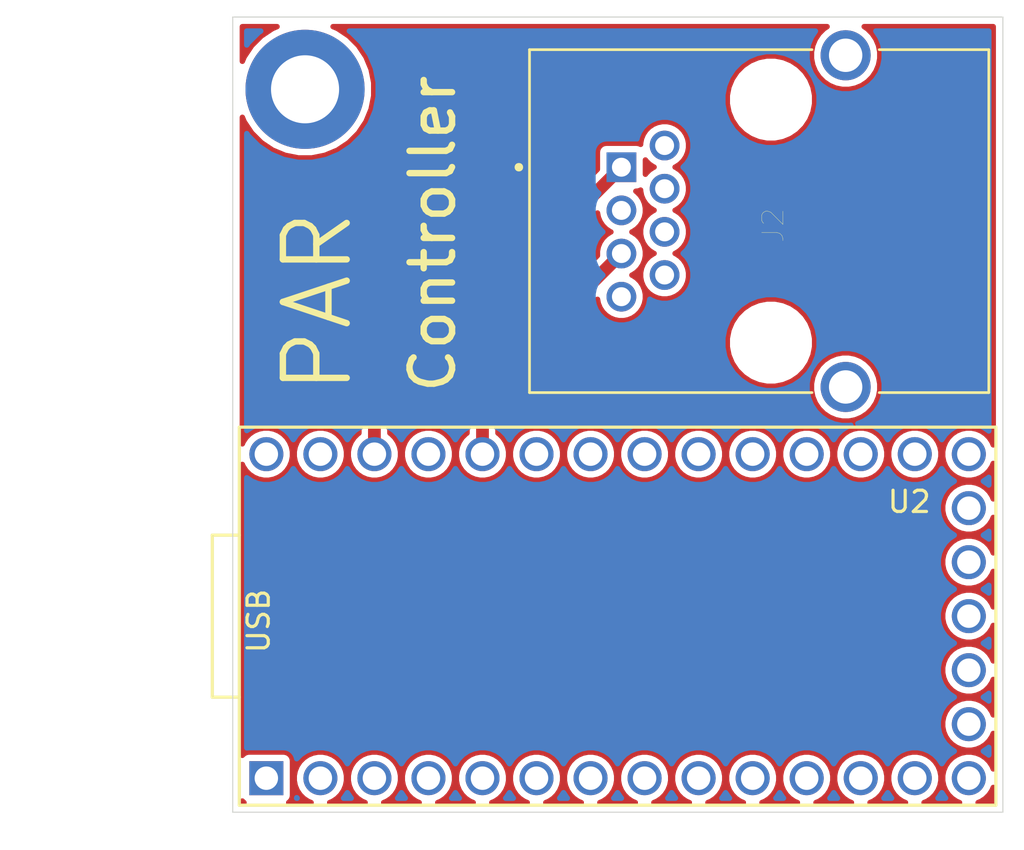
<source format=kicad_pcb>
(kicad_pcb (version 20171130) (host pcbnew "(5.1.8-0-10_14)")

  (general
    (thickness 1.6)
    (drawings 6)
    (tracks 4)
    (zones 0)
    (modules 3)
    (nets 1)
  )

  (page A4)
  (layers
    (0 F.Cu signal)
    (31 B.Cu signal)
    (32 B.Adhes user)
    (33 F.Adhes user)
    (34 B.Paste user)
    (35 F.Paste user)
    (36 B.SilkS user)
    (37 F.SilkS user)
    (38 B.Mask user)
    (39 F.Mask user)
    (40 Dwgs.User user)
    (41 Cmts.User user)
    (42 Eco1.User user)
    (43 Eco2.User user)
    (44 Edge.Cuts user)
    (45 Margin user)
    (46 B.CrtYd user)
    (47 F.CrtYd user)
    (48 B.Fab user)
    (49 F.Fab user)
  )

  (setup
    (last_trace_width 0.25)
    (trace_clearance 0.2)
    (zone_clearance 0.508)
    (zone_45_only no)
    (trace_min 0.2)
    (via_size 0.8)
    (via_drill 0.4)
    (via_min_size 0.4)
    (via_min_drill 0.3)
    (uvia_size 0.3)
    (uvia_drill 0.1)
    (uvias_allowed no)
    (uvia_min_size 0.2)
    (uvia_min_drill 0.1)
    (edge_width 0.05)
    (segment_width 0.2)
    (pcb_text_width 0.3)
    (pcb_text_size 1.5 1.5)
    (mod_edge_width 0.12)
    (mod_text_size 1 1)
    (mod_text_width 0.15)
    (pad_size 1.524 1.524)
    (pad_drill 0.762)
    (pad_to_mask_clearance 0)
    (aux_axis_origin 0 0)
    (visible_elements FFFFFF7F)
    (pcbplotparams
      (layerselection 0x010fc_ffffffff)
      (usegerberextensions false)
      (usegerberattributes true)
      (usegerberadvancedattributes true)
      (creategerberjobfile true)
      (excludeedgelayer true)
      (linewidth 0.100000)
      (plotframeref false)
      (viasonmask false)
      (mode 1)
      (useauxorigin false)
      (hpglpennumber 1)
      (hpglpenspeed 20)
      (hpglpendiameter 15.000000)
      (psnegative false)
      (psa4output false)
      (plotreference true)
      (plotvalue true)
      (plotinvisibletext false)
      (padsonsilk false)
      (subtractmaskfromsilk false)
      (outputformat 1)
      (mirror false)
      (drillshape 0)
      (scaleselection 1)
      (outputdirectory "gerber/"))
  )

  (net 0 "")

  (net_class Default "This is the default net class."
    (clearance 0.2)
    (trace_width 0.25)
    (via_dia 0.8)
    (via_drill 0.4)
    (uvia_dia 0.3)
    (uvia_drill 0.1)
  )

  (module ethernet:BEL_SS-60000-009 (layer F.Cu) (tedit 60482ACC) (tstamp 6049487F)
    (at 152.7 84.9 90)
    (path /60497DFA/6049B061)
    (fp_text reference J2 (at -0.2 0.1 90) (layer F.SilkS)
      (effects (font (size 1 1) (thickness 0.015)))
    )
    (fp_text value SS-60000-009 (at 2.095 -12.635 90) (layer F.Fab)
      (effects (font (size 1 1) (thickness 0.015)))
    )
    (fp_line (start -8.065 1.925) (end -8.065 -11.35) (layer F.SilkS) (width 0.127))
    (fp_line (start -8.065 10.24) (end -8.065 5.09) (layer F.SilkS) (width 0.127))
    (fp_line (start 8.065 10.24) (end -8.065 10.24) (layer F.SilkS) (width 0.127))
    (fp_line (start 8.065 5.09) (end 8.065 10.24) (layer F.SilkS) (width 0.127))
    (fp_line (start 8.065 -11.35) (end 8.065 1.925) (layer F.SilkS) (width 0.127))
    (fp_line (start -8.065 -11.35) (end 8.065 -11.35) (layer F.SilkS) (width 0.127))
    (fp_line (start -8.065 10.24) (end -8.065 -11.35) (layer F.Fab) (width 0.127))
    (fp_line (start 8.065 10.24) (end -8.065 10.24) (layer F.Fab) (width 0.127))
    (fp_line (start 8.065 -11.35) (end 8.065 10.24) (layer F.Fab) (width 0.127))
    (fp_line (start -8.065 -11.35) (end 8.065 -11.35) (layer F.Fab) (width 0.127))
    (fp_line (start -9.23 -11.6) (end -9.23 10.49) (layer F.CrtYd) (width 0.05))
    (fp_line (start 9.23 -11.6) (end -9.23 -11.6) (layer F.CrtYd) (width 0.05))
    (fp_line (start 9.23 10.49) (end 9.23 -11.6) (layer F.CrtYd) (width 0.05))
    (fp_line (start -9.23 10.49) (end 9.23 10.49) (layer F.CrtYd) (width 0.05))
    (fp_circle (center 2.535 -11.85) (end 2.635 -11.85) (layer F.Fab) (width 0.2))
    (fp_circle (center 2.535 -11.85) (end 2.635 -11.85) (layer F.SilkS) (width 0.2))
    (pad 1 thru_hole rect (at 2.535 -7.03 90) (size 1.398 1.398) (drill 0.89) (layers *.Cu *.Mask))
    (pad 2 thru_hole circle (at 3.555 -5 90) (size 1.398 1.398) (drill 0.89) (layers *.Cu *.Mask))
    (pad 3 thru_hole circle (at 1.525 -5 90) (size 1.398 1.398) (drill 0.89) (layers *.Cu *.Mask))
    (pad 4 thru_hole circle (at -0.505 -5 90) (size 1.398 1.398) (drill 0.89) (layers *.Cu *.Mask))
    (pad 5 thru_hole circle (at 0.505 -7.03 90) (size 1.398 1.398) (drill 0.89) (layers *.Cu *.Mask))
    (pad 6 thru_hole circle (at -1.525 -7.03 90) (size 1.398 1.398) (drill 0.89) (layers *.Cu *.Mask))
    (pad 7 thru_hole circle (at -3.555 -7.03 90) (size 1.398 1.398) (drill 0.89) (layers *.Cu *.Mask))
    (pad 8 thru_hole circle (at -2.535 -5 90) (size 1.398 1.398) (drill 0.89) (layers *.Cu *.Mask))
    (pad None np_thru_hole circle (at -5.715 0 90) (size 3.25 3.25) (drill 3.25) (layers *.Cu *.Mask))
    (pad None np_thru_hole circle (at 5.715 0 90) (size 3.25 3.25) (drill 3.25) (layers *.Cu *.Mask))
    (pad S1 thru_hole circle (at -7.8 3.51 90) (size 2.355 2.355) (drill 1.57) (layers *.Cu *.Mask))
    (pad S2 thru_hole circle (at 7.8 3.51 90) (size 2.355 2.355) (drill 1.57) (layers *.Cu *.Mask))
    (model ${KIPRJMOD}/../customlibrary/SS-60000-009.step
      (offset (xyz 0 0.5 0))
      (scale (xyz 1 1 1))
      (rotate (xyz -90 0 0))
    )
  )

  (module Teensy:Teensy30_31_32_LC (layer F.Cu) (tedit 60493FC7) (tstamp 60494853)
    (at 145.49 103.48)
    (path /60497DFA/60499B07)
    (fp_text reference U2 (at 13.71 -5.38) (layer F.SilkS)
      (effects (font (size 1 1) (thickness 0.15)))
    )
    (fp_text value Teensy3.2 (at 0 10.16) (layer F.Fab)
      (effects (font (size 1 1) (thickness 0.15)))
    )
    (fp_line (start -17.78 8.89) (end -17.78 -8.89) (layer F.SilkS) (width 0.15))
    (fp_line (start 17.78 8.89) (end -17.78 8.89) (layer F.SilkS) (width 0.15))
    (fp_line (start 17.78 -8.89) (end 17.78 8.89) (layer F.SilkS) (width 0.15))
    (fp_line (start -17.78 -8.89) (end 17.78 -8.89) (layer F.SilkS) (width 0.15))
    (fp_line (start -19.05 -3.81) (end -17.78 -3.81) (layer F.SilkS) (width 0.15))
    (fp_line (start -19.05 3.81) (end -19.05 -3.81) (layer F.SilkS) (width 0.15))
    (fp_line (start -17.78 3.81) (end -19.05 3.81) (layer F.SilkS) (width 0.15))
    (fp_text user USB (at -16.875 0.225 90) (layer F.SilkS)
      (effects (font (size 1 1) (thickness 0.15)))
    )
    (pad 17 thru_hole circle (at 16.51 0) (size 1.6 1.6) (drill 1.1) (layers *.Cu *.Mask))
    (pad 18 thru_hole circle (at 16.51 -2.54) (size 1.6 1.6) (drill 1.1) (layers *.Cu *.Mask))
    (pad 19 thru_hole circle (at 16.51 -5.08) (size 1.6 1.6) (drill 1.1) (layers *.Cu *.Mask))
    (pad 20 thru_hole circle (at 16.51 -7.62) (size 1.6 1.6) (drill 1.1) (layers *.Cu *.Mask))
    (pad 16 thru_hole circle (at 16.51 2.54) (size 1.6 1.6) (drill 1.1) (layers *.Cu *.Mask))
    (pad 15 thru_hole circle (at 16.51 5.08) (size 1.6 1.6) (drill 1.1) (layers *.Cu *.Mask))
    (pad 14 thru_hole circle (at 16.51 7.62) (size 1.6 1.6) (drill 1.1) (layers *.Cu *.Mask))
    (pad 21 thru_hole circle (at 13.97 -7.62) (size 1.6 1.6) (drill 1.1) (layers *.Cu *.Mask))
    (pad 22 thru_hole circle (at 11.43 -7.62) (size 1.6 1.6) (drill 1.1) (layers *.Cu *.Mask))
    (pad 23 thru_hole circle (at 8.89 -7.62) (size 1.6 1.6) (drill 1.1) (layers *.Cu *.Mask))
    (pad 24 thru_hole circle (at 6.35 -7.62) (size 1.6 1.6) (drill 1.1) (layers *.Cu *.Mask))
    (pad 25 thru_hole circle (at 3.81 -7.62) (size 1.6 1.6) (drill 1.1) (layers *.Cu *.Mask))
    (pad 26 thru_hole circle (at 1.27 -7.62) (size 1.6 1.6) (drill 1.1) (layers *.Cu *.Mask))
    (pad 27 thru_hole circle (at -1.27 -7.62) (size 1.6 1.6) (drill 1.1) (layers *.Cu *.Mask))
    (pad 28 thru_hole circle (at -3.81 -7.62) (size 1.6 1.6) (drill 1.1) (layers *.Cu *.Mask))
    (pad 29 thru_hole circle (at -6.35 -7.62) (size 1.6 1.6) (drill 1.1) (layers *.Cu *.Mask))
    (pad 30 thru_hole circle (at -8.89 -7.62) (size 1.6 1.6) (drill 1.1) (layers *.Cu *.Mask))
    (pad 31 thru_hole circle (at -11.43 -7.62) (size 1.6 1.6) (drill 1.1) (layers *.Cu *.Mask))
    (pad 32 thru_hole circle (at -13.97 -7.62) (size 1.6 1.6) (drill 1.1) (layers *.Cu *.Mask))
    (pad 33 thru_hole circle (at -16.51 -7.62) (size 1.6 1.6) (drill 1.1) (layers *.Cu *.Mask))
    (pad 13 thru_hole circle (at 13.97 7.62) (size 1.6 1.6) (drill 1.1) (layers *.Cu *.Mask))
    (pad 12 thru_hole circle (at 11.43 7.62) (size 1.6 1.6) (drill 1.1) (layers *.Cu *.Mask))
    (pad 11 thru_hole circle (at 8.89 7.62) (size 1.6 1.6) (drill 1.1) (layers *.Cu *.Mask))
    (pad 10 thru_hole circle (at 6.35 7.62) (size 1.6 1.6) (drill 1.1) (layers *.Cu *.Mask))
    (pad 9 thru_hole circle (at 3.81 7.62) (size 1.6 1.6) (drill 1.1) (layers *.Cu *.Mask))
    (pad 8 thru_hole circle (at 1.27 7.62) (size 1.6 1.6) (drill 1.1) (layers *.Cu *.Mask))
    (pad 7 thru_hole circle (at -1.27 7.62) (size 1.6 1.6) (drill 1.1) (layers *.Cu *.Mask))
    (pad 6 thru_hole circle (at -3.81 7.62) (size 1.6 1.6) (drill 1.1) (layers *.Cu *.Mask))
    (pad 5 thru_hole circle (at -6.35 7.62) (size 1.6 1.6) (drill 1.1) (layers *.Cu *.Mask))
    (pad 4 thru_hole circle (at -8.89 7.62) (size 1.6 1.6) (drill 1.1) (layers *.Cu *.Mask))
    (pad 3 thru_hole circle (at -11.43 7.62) (size 1.6 1.6) (drill 1.1) (layers *.Cu *.Mask))
    (pad 2 thru_hole circle (at -13.97 7.62) (size 1.6 1.6) (drill 1.1) (layers *.Cu *.Mask))
    (pad 1 thru_hole rect (at -16.51 7.62) (size 1.6 1.6) (drill 1.1) (layers *.Cu *.Mask))
  )

  (module MountingHole:MountingHole_3.2mm_M3_DIN965_Pad (layer F.Cu) (tedit 56D1B4CB) (tstamp 6049484C)
    (at 130.8 78.7)
    (descr "Mounting Hole 3.2mm, M3, DIN965")
    (tags "mounting hole 3.2mm m3 din965")
    (attr virtual)
    (fp_text reference REF** (at 0 -3.8) (layer F.SilkS) hide
      (effects (font (size 1 1) (thickness 0.15)))
    )
    (fp_text value MountingHole_3.2mm_M3_DIN965_Pad (at 0 3.8) (layer F.Fab)
      (effects (font (size 1 1) (thickness 0.15)))
    )
    (fp_circle (center 0 0) (end 2.8 0) (layer Cmts.User) (width 0.15))
    (fp_circle (center 0 0) (end 3.05 0) (layer F.CrtYd) (width 0.05))
    (fp_text user %R (at 0.3 0) (layer F.Fab)
      (effects (font (size 1 1) (thickness 0.15)))
    )
    (pad 1 thru_hole circle (at 0 0) (size 5.6 5.6) (drill 3.2) (layers *.Cu *.Mask))
  )

  (gr_line (start 127.4 112.7) (end 127.4 75.3) (layer Edge.Cuts) (width 0.05) (tstamp 604948A1))
  (gr_line (start 127.4 75.3) (end 163.6 75.3) (layer Edge.Cuts) (width 0.05) (tstamp 604948A0))
  (gr_line (start 163.6 75.3) (end 163.6 112.7) (layer Edge.Cuts) (width 0.05) (tstamp 6049489F))
  (gr_line (start 163.6 112.7) (end 127.4 112.7) (layer Edge.Cuts) (width 0.05) (tstamp 6049489E))
  (gr_text "PAR\n\n" (at 133.8 88.7 90) (layer F.SilkS) (tstamp 60494847)
    (effects (font (size 3 3) (thickness 0.3)))
  )
  (gr_text Controller (at 136.8 85.5 90) (layer F.SilkS) (tstamp 60494846)
    (effects (font (size 2 2) (thickness 0.3)))
  )

  (segment (start 134.06 93.975) (end 145.67 82.365) (width 0.6) (layer F.Cu) (net 0) (tstamp 60494848))
  (segment (start 134.06 95.86) (end 134.06 93.975) (width 0.6) (layer F.Cu) (net 0) (tstamp 60494849))
  (segment (start 139.14 92.955) (end 139.14 95.86) (width 0.6) (layer F.Cu) (net 0) (tstamp 6049484A))
  (segment (start 145.67 86.425) (end 139.14 92.955) (width 0.6) (layer F.Cu) (net 0) (tstamp 6049484B))

  (zone (net 0) (net_name "") (layer B.Cu) (tstamp 60494A16) (hatch edge 0.508)
    (connect_pads (clearance 0.508))
    (min_thickness 0.254)
    (fill yes (arc_segments 32) (thermal_gap 0.508) (thermal_bridge_width 0.508))
    (polygon
      (pts
        (xy 164.6 113.7) (xy 126.8 113.5) (xy 126.8 74.5) (xy 164.6 74.5)
      )
    )
    (filled_polygon
      (pts
        (xy 158.345363 112.014759) (xy 158.370604 112.04) (xy 158.009396 112.04) (xy 158.034637 112.014759) (xy 158.19 111.782241)
      )
    )
    (filled_polygon
      (pts
        (xy 155.805363 112.014759) (xy 155.830604 112.04) (xy 155.469396 112.04) (xy 155.494637 112.014759) (xy 155.65 111.782241)
      )
    )
    (filled_polygon
      (pts
        (xy 160.885363 112.014759) (xy 160.910604 112.04) (xy 160.549396 112.04) (xy 160.574637 112.014759) (xy 160.73 111.782241)
      )
    )
    (filled_polygon
      (pts
        (xy 130.430604 112.04) (xy 130.401105 112.04) (xy 130.405812 112.024482) (xy 130.406643 112.016039)
      )
    )
    (filled_polygon
      (pts
        (xy 132.945363 112.014759) (xy 132.970604 112.04) (xy 132.609396 112.04) (xy 132.634637 112.014759) (xy 132.79 111.782241)
      )
    )
    (filled_polygon
      (pts
        (xy 135.485363 112.014759) (xy 135.510604 112.04) (xy 135.149396 112.04) (xy 135.174637 112.014759) (xy 135.33 111.782241)
      )
    )
    (filled_polygon
      (pts
        (xy 138.025363 112.014759) (xy 138.050604 112.04) (xy 137.689396 112.04) (xy 137.714637 112.014759) (xy 137.87 111.782241)
      )
    )
    (filled_polygon
      (pts
        (xy 140.565363 112.014759) (xy 140.590604 112.04) (xy 140.229396 112.04) (xy 140.254637 112.014759) (xy 140.41 111.782241)
      )
    )
    (filled_polygon
      (pts
        (xy 143.105363 112.014759) (xy 143.130604 112.04) (xy 142.769396 112.04) (xy 142.794637 112.014759) (xy 142.95 111.782241)
      )
    )
    (filled_polygon
      (pts
        (xy 145.645363 112.014759) (xy 145.670604 112.04) (xy 145.309396 112.04) (xy 145.334637 112.014759) (xy 145.49 111.782241)
      )
    )
    (filled_polygon
      (pts
        (xy 148.185363 112.014759) (xy 148.210604 112.04) (xy 147.849396 112.04) (xy 147.874637 112.014759) (xy 148.03 111.782241)
      )
    )
    (filled_polygon
      (pts
        (xy 150.725363 112.014759) (xy 150.750604 112.04) (xy 150.389396 112.04) (xy 150.414637 112.014759) (xy 150.57 111.782241)
      )
    )
    (filled_polygon
      (pts
        (xy 153.265363 112.014759) (xy 153.290604 112.04) (xy 152.929396 112.04) (xy 152.954637 112.014759) (xy 153.11 111.782241)
      )
    )
    (filled_polygon
      (pts
        (xy 160.885363 96.774759) (xy 161.085241 96.974637) (xy 161.317759 97.13) (xy 161.085241 97.285363) (xy 160.885363 97.485241)
        (xy 160.72832 97.720273) (xy 160.620147 97.981426) (xy 160.565 98.258665) (xy 160.565 98.541335) (xy 160.620147 98.818574)
        (xy 160.72832 99.079727) (xy 160.885363 99.314759) (xy 161.085241 99.514637) (xy 161.317759 99.67) (xy 161.085241 99.825363)
        (xy 160.885363 100.025241) (xy 160.72832 100.260273) (xy 160.620147 100.521426) (xy 160.565 100.798665) (xy 160.565 101.081335)
        (xy 160.620147 101.358574) (xy 160.72832 101.619727) (xy 160.885363 101.854759) (xy 161.085241 102.054637) (xy 161.317759 102.21)
        (xy 161.085241 102.365363) (xy 160.885363 102.565241) (xy 160.72832 102.800273) (xy 160.620147 103.061426) (xy 160.565 103.338665)
        (xy 160.565 103.621335) (xy 160.620147 103.898574) (xy 160.72832 104.159727) (xy 160.885363 104.394759) (xy 161.085241 104.594637)
        (xy 161.317759 104.75) (xy 161.085241 104.905363) (xy 160.885363 105.105241) (xy 160.72832 105.340273) (xy 160.620147 105.601426)
        (xy 160.565 105.878665) (xy 160.565 106.161335) (xy 160.620147 106.438574) (xy 160.72832 106.699727) (xy 160.885363 106.934759)
        (xy 161.085241 107.134637) (xy 161.317759 107.29) (xy 161.085241 107.445363) (xy 160.885363 107.645241) (xy 160.72832 107.880273)
        (xy 160.620147 108.141426) (xy 160.565 108.418665) (xy 160.565 108.701335) (xy 160.620147 108.978574) (xy 160.72832 109.239727)
        (xy 160.885363 109.474759) (xy 161.085241 109.674637) (xy 161.317759 109.83) (xy 161.085241 109.985363) (xy 160.885363 110.185241)
        (xy 160.73 110.417759) (xy 160.574637 110.185241) (xy 160.374759 109.985363) (xy 160.139727 109.82832) (xy 159.878574 109.720147)
        (xy 159.601335 109.665) (xy 159.318665 109.665) (xy 159.041426 109.720147) (xy 158.780273 109.82832) (xy 158.545241 109.985363)
        (xy 158.345363 110.185241) (xy 158.19 110.417759) (xy 158.034637 110.185241) (xy 157.834759 109.985363) (xy 157.599727 109.82832)
        (xy 157.338574 109.720147) (xy 157.061335 109.665) (xy 156.778665 109.665) (xy 156.501426 109.720147) (xy 156.240273 109.82832)
        (xy 156.005241 109.985363) (xy 155.805363 110.185241) (xy 155.65 110.417759) (xy 155.494637 110.185241) (xy 155.294759 109.985363)
        (xy 155.059727 109.82832) (xy 154.798574 109.720147) (xy 154.521335 109.665) (xy 154.238665 109.665) (xy 153.961426 109.720147)
        (xy 153.700273 109.82832) (xy 153.465241 109.985363) (xy 153.265363 110.185241) (xy 153.11 110.417759) (xy 152.954637 110.185241)
        (xy 152.754759 109.985363) (xy 152.519727 109.82832) (xy 152.258574 109.720147) (xy 151.981335 109.665) (xy 151.698665 109.665)
        (xy 151.421426 109.720147) (xy 151.160273 109.82832) (xy 150.925241 109.985363) (xy 150.725363 110.185241) (xy 150.57 110.417759)
        (xy 150.414637 110.185241) (xy 150.214759 109.985363) (xy 149.979727 109.82832) (xy 149.718574 109.720147) (xy 149.441335 109.665)
        (xy 149.158665 109.665) (xy 148.881426 109.720147) (xy 148.620273 109.82832) (xy 148.385241 109.985363) (xy 148.185363 110.185241)
        (xy 148.03 110.417759) (xy 147.874637 110.185241) (xy 147.674759 109.985363) (xy 147.439727 109.82832) (xy 147.178574 109.720147)
        (xy 146.901335 109.665) (xy 146.618665 109.665) (xy 146.341426 109.720147) (xy 146.080273 109.82832) (xy 145.845241 109.985363)
        (xy 145.645363 110.185241) (xy 145.49 110.417759) (xy 145.334637 110.185241) (xy 145.134759 109.985363) (xy 144.899727 109.82832)
        (xy 144.638574 109.720147) (xy 144.361335 109.665) (xy 144.078665 109.665) (xy 143.801426 109.720147) (xy 143.540273 109.82832)
        (xy 143.305241 109.985363) (xy 143.105363 110.185241) (xy 142.95 110.417759) (xy 142.794637 110.185241) (xy 142.594759 109.985363)
        (xy 142.359727 109.82832) (xy 142.098574 109.720147) (xy 141.821335 109.665) (xy 141.538665 109.665) (xy 141.261426 109.720147)
        (xy 141.000273 109.82832) (xy 140.765241 109.985363) (xy 140.565363 110.185241) (xy 140.41 110.417759) (xy 140.254637 110.185241)
        (xy 140.054759 109.985363) (xy 139.819727 109.82832) (xy 139.558574 109.720147) (xy 139.281335 109.665) (xy 138.998665 109.665)
        (xy 138.721426 109.720147) (xy 138.460273 109.82832) (xy 138.225241 109.985363) (xy 138.025363 110.185241) (xy 137.87 110.417759)
        (xy 137.714637 110.185241) (xy 137.514759 109.985363) (xy 137.279727 109.82832) (xy 137.018574 109.720147) (xy 136.741335 109.665)
        (xy 136.458665 109.665) (xy 136.181426 109.720147) (xy 135.920273 109.82832) (xy 135.685241 109.985363) (xy 135.485363 110.185241)
        (xy 135.33 110.417759) (xy 135.174637 110.185241) (xy 134.974759 109.985363) (xy 134.739727 109.82832) (xy 134.478574 109.720147)
        (xy 134.201335 109.665) (xy 133.918665 109.665) (xy 133.641426 109.720147) (xy 133.380273 109.82832) (xy 133.145241 109.985363)
        (xy 132.945363 110.185241) (xy 132.79 110.417759) (xy 132.634637 110.185241) (xy 132.434759 109.985363) (xy 132.199727 109.82832)
        (xy 131.938574 109.720147) (xy 131.661335 109.665) (xy 131.378665 109.665) (xy 131.101426 109.720147) (xy 130.840273 109.82832)
        (xy 130.605241 109.985363) (xy 130.406643 110.183961) (xy 130.405812 110.175518) (xy 130.369502 110.05582) (xy 130.310537 109.945506)
        (xy 130.231185 109.848815) (xy 130.134494 109.769463) (xy 130.02418 109.710498) (xy 129.904482 109.674188) (xy 129.78 109.661928)
        (xy 128.18 109.661928) (xy 128.06 109.673747) (xy 128.06 96.969396) (xy 128.065241 96.974637) (xy 128.300273 97.13168)
        (xy 128.561426 97.239853) (xy 128.838665 97.295) (xy 129.121335 97.295) (xy 129.398574 97.239853) (xy 129.659727 97.13168)
        (xy 129.894759 96.974637) (xy 130.094637 96.774759) (xy 130.25 96.542241) (xy 130.405363 96.774759) (xy 130.605241 96.974637)
        (xy 130.840273 97.13168) (xy 131.101426 97.239853) (xy 131.378665 97.295) (xy 131.661335 97.295) (xy 131.938574 97.239853)
        (xy 132.199727 97.13168) (xy 132.434759 96.974637) (xy 132.634637 96.774759) (xy 132.79 96.542241) (xy 132.945363 96.774759)
        (xy 133.145241 96.974637) (xy 133.380273 97.13168) (xy 133.641426 97.239853) (xy 133.918665 97.295) (xy 134.201335 97.295)
        (xy 134.478574 97.239853) (xy 134.739727 97.13168) (xy 134.974759 96.974637) (xy 135.174637 96.774759) (xy 135.33 96.542241)
        (xy 135.485363 96.774759) (xy 135.685241 96.974637) (xy 135.920273 97.13168) (xy 136.181426 97.239853) (xy 136.458665 97.295)
        (xy 136.741335 97.295) (xy 137.018574 97.239853) (xy 137.279727 97.13168) (xy 137.514759 96.974637) (xy 137.714637 96.774759)
        (xy 137.87 96.542241) (xy 138.025363 96.774759) (xy 138.225241 96.974637) (xy 138.460273 97.13168) (xy 138.721426 97.239853)
        (xy 138.998665 97.295) (xy 139.281335 97.295) (xy 139.558574 97.239853) (xy 139.819727 97.13168) (xy 140.054759 96.974637)
        (xy 140.254637 96.774759) (xy 140.41 96.542241) (xy 140.565363 96.774759) (xy 140.765241 96.974637) (xy 141.000273 97.13168)
        (xy 141.261426 97.239853) (xy 141.538665 97.295) (xy 141.821335 97.295) (xy 142.098574 97.239853) (xy 142.359727 97.13168)
        (xy 142.594759 96.974637) (xy 142.794637 96.774759) (xy 142.95 96.542241) (xy 143.105363 96.774759) (xy 143.305241 96.974637)
        (xy 143.540273 97.13168) (xy 143.801426 97.239853) (xy 144.078665 97.295) (xy 144.361335 97.295) (xy 144.638574 97.239853)
        (xy 144.899727 97.13168) (xy 145.134759 96.974637) (xy 145.334637 96.774759) (xy 145.49 96.542241) (xy 145.645363 96.774759)
        (xy 145.845241 96.974637) (xy 146.080273 97.13168) (xy 146.341426 97.239853) (xy 146.618665 97.295) (xy 146.901335 97.295)
        (xy 147.178574 97.239853) (xy 147.439727 97.13168) (xy 147.674759 96.974637) (xy 147.874637 96.774759) (xy 148.03 96.542241)
        (xy 148.185363 96.774759) (xy 148.385241 96.974637) (xy 148.620273 97.13168) (xy 148.881426 97.239853) (xy 149.158665 97.295)
        (xy 149.441335 97.295) (xy 149.718574 97.239853) (xy 149.979727 97.13168) (xy 150.214759 96.974637) (xy 150.414637 96.774759)
        (xy 150.57 96.542241) (xy 150.725363 96.774759) (xy 150.925241 96.974637) (xy 151.160273 97.13168) (xy 151.421426 97.239853)
        (xy 151.698665 97.295) (xy 151.981335 97.295) (xy 152.258574 97.239853) (xy 152.519727 97.13168) (xy 152.754759 96.974637)
        (xy 152.954637 96.774759) (xy 153.11 96.542241) (xy 153.265363 96.774759) (xy 153.465241 96.974637) (xy 153.700273 97.13168)
        (xy 153.961426 97.239853) (xy 154.238665 97.295) (xy 154.521335 97.295) (xy 154.798574 97.239853) (xy 155.059727 97.13168)
        (xy 155.294759 96.974637) (xy 155.494637 96.774759) (xy 155.65 96.542241) (xy 155.805363 96.774759) (xy 156.005241 96.974637)
        (xy 156.240273 97.13168) (xy 156.501426 97.239853) (xy 156.778665 97.295) (xy 157.061335 97.295) (xy 157.338574 97.239853)
        (xy 157.599727 97.13168) (xy 157.834759 96.974637) (xy 158.034637 96.774759) (xy 158.19 96.542241) (xy 158.345363 96.774759)
        (xy 158.545241 96.974637) (xy 158.780273 97.13168) (xy 159.041426 97.239853) (xy 159.318665 97.295) (xy 159.601335 97.295)
        (xy 159.878574 97.239853) (xy 160.139727 97.13168) (xy 160.374759 96.974637) (xy 160.574637 96.774759) (xy 160.73 96.542241)
      )
    )
    (filled_polygon
      (pts
        (xy 162.940001 110.010605) (xy 162.914759 109.985363) (xy 162.682241 109.83) (xy 162.914759 109.674637) (xy 162.940001 109.649395)
      )
    )
    (filled_polygon
      (pts
        (xy 162.940001 107.470605) (xy 162.914759 107.445363) (xy 162.682241 107.29) (xy 162.914759 107.134637) (xy 162.940001 107.109395)
      )
    )
    (filled_polygon
      (pts
        (xy 162.940001 104.930605) (xy 162.914759 104.905363) (xy 162.682241 104.75) (xy 162.914759 104.594637) (xy 162.940001 104.569395)
      )
    )
    (filled_polygon
      (pts
        (xy 162.940001 102.390605) (xy 162.914759 102.365363) (xy 162.682241 102.21) (xy 162.914759 102.054637) (xy 162.940001 102.029395)
      )
    )
    (filled_polygon
      (pts
        (xy 162.940001 99.850605) (xy 162.914759 99.825363) (xy 162.682241 99.67) (xy 162.914759 99.514637) (xy 162.940001 99.489395)
      )
    )
    (filled_polygon
      (pts
        (xy 162.940001 97.310605) (xy 162.914759 97.285363) (xy 162.682241 97.13) (xy 162.914759 96.974637) (xy 162.940001 96.949395)
      )
    )
    (filled_polygon
      (pts
        (xy 154.603783 76.241459) (xy 154.467153 76.571313) (xy 154.3975 76.921484) (xy 154.3975 77.278516) (xy 154.467153 77.628687)
        (xy 154.603783 77.958541) (xy 154.802139 78.255401) (xy 155.054599 78.507861) (xy 155.351459 78.706217) (xy 155.681313 78.842847)
        (xy 156.031484 78.9125) (xy 156.388516 78.9125) (xy 156.738687 78.842847) (xy 157.068541 78.706217) (xy 157.365401 78.507861)
        (xy 157.617861 78.255401) (xy 157.816217 77.958541) (xy 157.952847 77.628687) (xy 158.0225 77.278516) (xy 158.0225 76.921484)
        (xy 157.952847 76.571313) (xy 157.816217 76.241459) (xy 157.628152 75.96) (xy 162.94 75.96) (xy 162.940001 94.770605)
        (xy 162.914759 94.745363) (xy 162.679727 94.58832) (xy 162.418574 94.480147) (xy 162.141335 94.425) (xy 161.858665 94.425)
        (xy 161.581426 94.480147) (xy 161.320273 94.58832) (xy 161.085241 94.745363) (xy 160.885363 94.945241) (xy 160.73 95.177759)
        (xy 160.574637 94.945241) (xy 160.374759 94.745363) (xy 160.139727 94.58832) (xy 159.878574 94.480147) (xy 159.601335 94.425)
        (xy 159.318665 94.425) (xy 159.041426 94.480147) (xy 158.780273 94.58832) (xy 158.545241 94.745363) (xy 158.345363 94.945241)
        (xy 158.19 95.177759) (xy 158.034637 94.945241) (xy 157.834759 94.745363) (xy 157.599727 94.58832) (xy 157.338574 94.480147)
        (xy 157.061335 94.425) (xy 156.781773 94.425) (xy 157.068541 94.306217) (xy 157.365401 94.107861) (xy 157.617861 93.855401)
        (xy 157.816217 93.558541) (xy 157.952847 93.228687) (xy 158.0225 92.878516) (xy 158.0225 92.521484) (xy 157.952847 92.171313)
        (xy 157.816217 91.841459) (xy 157.617861 91.544599) (xy 157.365401 91.292139) (xy 157.068541 91.093783) (xy 156.738687 90.957153)
        (xy 156.388516 90.8875) (xy 156.031484 90.8875) (xy 155.681313 90.957153) (xy 155.351459 91.093783) (xy 155.054599 91.292139)
        (xy 154.802139 91.544599) (xy 154.603783 91.841459) (xy 154.467153 92.171313) (xy 154.3975 92.521484) (xy 154.3975 92.878516)
        (xy 154.467153 93.228687) (xy 154.603783 93.558541) (xy 154.802139 93.855401) (xy 155.054599 94.107861) (xy 155.351459 94.306217)
        (xy 155.681313 94.442847) (xy 156.031484 94.5125) (xy 156.388516 94.5125) (xy 156.455472 94.499182) (xy 156.240273 94.58832)
        (xy 156.005241 94.745363) (xy 155.805363 94.945241) (xy 155.65 95.177759) (xy 155.494637 94.945241) (xy 155.294759 94.745363)
        (xy 155.059727 94.58832) (xy 154.798574 94.480147) (xy 154.521335 94.425) (xy 154.238665 94.425) (xy 153.961426 94.480147)
        (xy 153.700273 94.58832) (xy 153.465241 94.745363) (xy 153.265363 94.945241) (xy 153.11 95.177759) (xy 152.954637 94.945241)
        (xy 152.754759 94.745363) (xy 152.519727 94.58832) (xy 152.258574 94.480147) (xy 151.981335 94.425) (xy 151.698665 94.425)
        (xy 151.421426 94.480147) (xy 151.160273 94.58832) (xy 150.925241 94.745363) (xy 150.725363 94.945241) (xy 150.57 95.177759)
        (xy 150.414637 94.945241) (xy 150.214759 94.745363) (xy 149.979727 94.58832) (xy 149.718574 94.480147) (xy 149.441335 94.425)
        (xy 149.158665 94.425) (xy 148.881426 94.480147) (xy 148.620273 94.58832) (xy 148.385241 94.745363) (xy 148.185363 94.945241)
        (xy 148.03 95.177759) (xy 147.874637 94.945241) (xy 147.674759 94.745363) (xy 147.439727 94.58832) (xy 147.178574 94.480147)
        (xy 146.901335 94.425) (xy 146.618665 94.425) (xy 146.341426 94.480147) (xy 146.080273 94.58832) (xy 145.845241 94.745363)
        (xy 145.645363 94.945241) (xy 145.49 95.177759) (xy 145.334637 94.945241) (xy 145.134759 94.745363) (xy 144.899727 94.58832)
        (xy 144.638574 94.480147) (xy 144.361335 94.425) (xy 144.078665 94.425) (xy 143.801426 94.480147) (xy 143.540273 94.58832)
        (xy 143.305241 94.745363) (xy 143.105363 94.945241) (xy 142.95 95.177759) (xy 142.794637 94.945241) (xy 142.594759 94.745363)
        (xy 142.359727 94.58832) (xy 142.098574 94.480147) (xy 141.821335 94.425) (xy 141.538665 94.425) (xy 141.261426 94.480147)
        (xy 141.000273 94.58832) (xy 140.765241 94.745363) (xy 140.565363 94.945241) (xy 140.41 95.177759) (xy 140.254637 94.945241)
        (xy 140.054759 94.745363) (xy 139.819727 94.58832) (xy 139.558574 94.480147) (xy 139.281335 94.425) (xy 138.998665 94.425)
        (xy 138.721426 94.480147) (xy 138.460273 94.58832) (xy 138.225241 94.745363) (xy 138.025363 94.945241) (xy 137.87 95.177759)
        (xy 137.714637 94.945241) (xy 137.514759 94.745363) (xy 137.279727 94.58832) (xy 137.018574 94.480147) (xy 136.741335 94.425)
        (xy 136.458665 94.425) (xy 136.181426 94.480147) (xy 135.920273 94.58832) (xy 135.685241 94.745363) (xy 135.485363 94.945241)
        (xy 135.33 95.177759) (xy 135.174637 94.945241) (xy 134.974759 94.745363) (xy 134.739727 94.58832) (xy 134.478574 94.480147)
        (xy 134.201335 94.425) (xy 133.918665 94.425) (xy 133.641426 94.480147) (xy 133.380273 94.58832) (xy 133.145241 94.745363)
        (xy 132.945363 94.945241) (xy 132.79 95.177759) (xy 132.634637 94.945241) (xy 132.434759 94.745363) (xy 132.199727 94.58832)
        (xy 131.938574 94.480147) (xy 131.661335 94.425) (xy 131.378665 94.425) (xy 131.101426 94.480147) (xy 130.840273 94.58832)
        (xy 130.605241 94.745363) (xy 130.405363 94.945241) (xy 130.25 95.177759) (xy 130.094637 94.945241) (xy 129.894759 94.745363)
        (xy 129.659727 94.58832) (xy 129.398574 94.480147) (xy 129.121335 94.425) (xy 128.838665 94.425) (xy 128.561426 94.480147)
        (xy 128.300273 94.58832) (xy 128.065241 94.745363) (xy 128.06 94.750604) (xy 128.06 90.392409) (xy 150.44 90.392409)
        (xy 150.44 90.837591) (xy 150.526851 91.274218) (xy 150.697214 91.685511) (xy 150.944544 92.055666) (xy 151.259334 92.370456)
        (xy 151.629489 92.617786) (xy 152.040782 92.788149) (xy 152.477409 92.875) (xy 152.922591 92.875) (xy 153.359218 92.788149)
        (xy 153.770511 92.617786) (xy 154.140666 92.370456) (xy 154.455456 92.055666) (xy 154.702786 91.685511) (xy 154.873149 91.274218)
        (xy 154.96 90.837591) (xy 154.96 90.392409) (xy 154.873149 89.955782) (xy 154.702786 89.544489) (xy 154.455456 89.174334)
        (xy 154.140666 88.859544) (xy 153.770511 88.612214) (xy 153.359218 88.441851) (xy 152.922591 88.355) (xy 152.477409 88.355)
        (xy 152.040782 88.441851) (xy 151.629489 88.612214) (xy 151.259334 88.859544) (xy 150.944544 89.174334) (xy 150.697214 89.544489)
        (xy 150.526851 89.955782) (xy 150.44 90.392409) (xy 128.06 90.392409) (xy 128.06 80.782136) (xy 128.131862 80.889685)
        (xy 128.610315 81.368138) (xy 129.172918 81.744057) (xy 129.798048 82.002994) (xy 130.461682 82.135) (xy 131.138318 82.135)
        (xy 131.801952 82.002994) (xy 132.427082 81.744057) (xy 132.543902 81.666) (xy 144.332928 81.666) (xy 144.332928 83.064)
        (xy 144.345188 83.188482) (xy 144.381498 83.30818) (xy 144.440463 83.418494) (xy 144.519815 83.515185) (xy 144.606145 83.586034)
        (xy 144.487824 83.763114) (xy 144.387265 84.005886) (xy 144.336 84.263612) (xy 144.336 84.526388) (xy 144.387265 84.784114)
        (xy 144.487824 85.026886) (xy 144.633814 85.245376) (xy 144.798438 85.41) (xy 144.633814 85.574624) (xy 144.487824 85.793114)
        (xy 144.387265 86.035886) (xy 144.336 86.293612) (xy 144.336 86.556388) (xy 144.387265 86.814114) (xy 144.487824 87.056886)
        (xy 144.633814 87.275376) (xy 144.798438 87.44) (xy 144.633814 87.604624) (xy 144.487824 87.823114) (xy 144.387265 88.065886)
        (xy 144.336 88.323612) (xy 144.336 88.586388) (xy 144.387265 88.844114) (xy 144.487824 89.086886) (xy 144.633814 89.305376)
        (xy 144.819624 89.491186) (xy 145.038114 89.637176) (xy 145.280886 89.737735) (xy 145.538612 89.789) (xy 145.801388 89.789)
        (xy 146.059114 89.737735) (xy 146.301886 89.637176) (xy 146.520376 89.491186) (xy 146.706186 89.305376) (xy 146.852176 89.086886)
        (xy 146.952735 88.844114) (xy 147.004 88.586388) (xy 147.004 88.574336) (xy 147.068114 88.617176) (xy 147.310886 88.717735)
        (xy 147.568612 88.769) (xy 147.831388 88.769) (xy 148.089114 88.717735) (xy 148.331886 88.617176) (xy 148.550376 88.471186)
        (xy 148.736186 88.285376) (xy 148.882176 88.066886) (xy 148.982735 87.824114) (xy 149.034 87.566388) (xy 149.034 87.303612)
        (xy 148.982735 87.045886) (xy 148.882176 86.803114) (xy 148.736186 86.584624) (xy 148.571562 86.42) (xy 148.736186 86.255376)
        (xy 148.882176 86.036886) (xy 148.982735 85.794114) (xy 149.034 85.536388) (xy 149.034 85.273612) (xy 148.982735 85.015886)
        (xy 148.882176 84.773114) (xy 148.736186 84.554624) (xy 148.571562 84.39) (xy 148.736186 84.225376) (xy 148.882176 84.006886)
        (xy 148.982735 83.764114) (xy 149.034 83.506388) (xy 149.034 83.243612) (xy 148.982735 82.985886) (xy 148.882176 82.743114)
        (xy 148.736186 82.524624) (xy 148.571562 82.36) (xy 148.736186 82.195376) (xy 148.882176 81.976886) (xy 148.982735 81.734114)
        (xy 149.034 81.476388) (xy 149.034 81.213612) (xy 148.982735 80.955886) (xy 148.882176 80.713114) (xy 148.736186 80.494624)
        (xy 148.550376 80.308814) (xy 148.331886 80.162824) (xy 148.089114 80.062265) (xy 147.831388 80.011) (xy 147.568612 80.011)
        (xy 147.310886 80.062265) (xy 147.068114 80.162824) (xy 146.849624 80.308814) (xy 146.663814 80.494624) (xy 146.517824 80.713114)
        (xy 146.417265 80.955886) (xy 146.402283 81.031206) (xy 146.369 81.027928) (xy 144.971 81.027928) (xy 144.846518 81.040188)
        (xy 144.72682 81.076498) (xy 144.616506 81.135463) (xy 144.519815 81.214815) (xy 144.440463 81.311506) (xy 144.381498 81.42182)
        (xy 144.345188 81.541518) (xy 144.332928 81.666) (xy 132.543902 81.666) (xy 132.989685 81.368138) (xy 133.468138 80.889685)
        (xy 133.844057 80.327082) (xy 134.102994 79.701952) (xy 134.235 79.038318) (xy 134.235 78.962409) (xy 150.44 78.962409)
        (xy 150.44 79.407591) (xy 150.526851 79.844218) (xy 150.697214 80.255511) (xy 150.944544 80.625666) (xy 151.259334 80.940456)
        (xy 151.629489 81.187786) (xy 152.040782 81.358149) (xy 152.477409 81.445) (xy 152.922591 81.445) (xy 153.359218 81.358149)
        (xy 153.770511 81.187786) (xy 154.140666 80.940456) (xy 154.455456 80.625666) (xy 154.702786 80.255511) (xy 154.873149 79.844218)
        (xy 154.96 79.407591) (xy 154.96 78.962409) (xy 154.873149 78.525782) (xy 154.702786 78.114489) (xy 154.455456 77.744334)
        (xy 154.140666 77.429544) (xy 153.770511 77.182214) (xy 153.359218 77.011851) (xy 152.922591 76.925) (xy 152.477409 76.925)
        (xy 152.040782 77.011851) (xy 151.629489 77.182214) (xy 151.259334 77.429544) (xy 150.944544 77.744334) (xy 150.697214 78.114489)
        (xy 150.526851 78.525782) (xy 150.44 78.962409) (xy 134.235 78.962409) (xy 134.235 78.361682) (xy 134.102994 77.698048)
        (xy 133.844057 77.072918) (xy 133.468138 76.510315) (xy 132.989685 76.031862) (xy 132.882136 75.96) (xy 154.791848 75.96)
      )
    )
    (filled_polygon
      (pts
        (xy 128.610315 76.031862) (xy 128.131862 76.510315) (xy 128.06 76.617864) (xy 128.06 75.96) (xy 128.717864 75.96)
      )
    )
  )
  (zone (net 0) (net_name "") (layer F.Cu) (tstamp 60494A13) (hatch edge 0.508)
    (connect_pads (clearance 0.3))
    (min_thickness 0.254)
    (fill yes (arc_segments 32) (thermal_gap 0.508) (thermal_bridge_width 0.508))
    (polygon
      (pts
        (xy 164.6 113.7) (xy 126.8 113.5) (xy 126.8 74.5) (xy 164.6 74.5)
      )
    )
    (filled_polygon
      (pts
        (xy 127.876605 112.203395) (xy 127.930956 112.248) (xy 127.852 112.248) (xy 127.852 112.173414)
      )
    )
    (filled_polygon
      (pts
        (xy 163.148001 112.248) (xy 162.434788 112.248) (xy 162.581202 112.187353) (xy 162.782167 112.053073) (xy 162.953073 111.882167)
        (xy 163.087353 111.681202) (xy 163.148001 111.534786)
      )
    )
    (filled_polygon
      (pts
        (xy 155.187191 75.853704) (xy 154.963704 76.077191) (xy 154.788111 76.339984) (xy 154.667161 76.631985) (xy 154.6055 76.941971)
        (xy 154.6055 77.258029) (xy 154.667161 77.568015) (xy 154.788111 77.860016) (xy 154.963704 78.122809) (xy 155.187191 78.346296)
        (xy 155.449984 78.521889) (xy 155.741985 78.642839) (xy 156.051971 78.7045) (xy 156.368029 78.7045) (xy 156.678015 78.642839)
        (xy 156.970016 78.521889) (xy 157.232809 78.346296) (xy 157.456296 78.122809) (xy 157.631889 77.860016) (xy 157.752839 77.568015)
        (xy 157.8145 77.258029) (xy 157.8145 76.941971) (xy 157.752839 76.631985) (xy 157.631889 76.339984) (xy 157.456296 76.077191)
        (xy 157.232809 75.853704) (xy 157.080598 75.752) (xy 163.148 75.752) (xy 163.148001 95.425213) (xy 163.087353 95.278798)
        (xy 162.953073 95.077833) (xy 162.782167 94.906927) (xy 162.581202 94.772647) (xy 162.357903 94.680153) (xy 162.120849 94.633)
        (xy 161.879151 94.633) (xy 161.642097 94.680153) (xy 161.418798 94.772647) (xy 161.217833 94.906927) (xy 161.046927 95.077833)
        (xy 160.912647 95.278798) (xy 160.820153 95.502097) (xy 160.773 95.739151) (xy 160.773 95.980849) (xy 160.820153 96.217903)
        (xy 160.912647 96.441202) (xy 161.046927 96.642167) (xy 161.217833 96.813073) (xy 161.418798 96.947353) (xy 161.642097 97.039847)
        (xy 161.879151 97.087) (xy 162.120849 97.087) (xy 162.357903 97.039847) (xy 162.581202 96.947353) (xy 162.782167 96.813073)
        (xy 162.953073 96.642167) (xy 163.087353 96.441202) (xy 163.148001 96.294787) (xy 163.148001 97.965213) (xy 163.087353 97.818798)
        (xy 162.953073 97.617833) (xy 162.782167 97.446927) (xy 162.581202 97.312647) (xy 162.357903 97.220153) (xy 162.120849 97.173)
        (xy 161.879151 97.173) (xy 161.642097 97.220153) (xy 161.418798 97.312647) (xy 161.217833 97.446927) (xy 161.046927 97.617833)
        (xy 160.912647 97.818798) (xy 160.820153 98.042097) (xy 160.773 98.279151) (xy 160.773 98.520849) (xy 160.820153 98.757903)
        (xy 160.912647 98.981202) (xy 161.046927 99.182167) (xy 161.217833 99.353073) (xy 161.418798 99.487353) (xy 161.642097 99.579847)
        (xy 161.879151 99.627) (xy 162.120849 99.627) (xy 162.357903 99.579847) (xy 162.581202 99.487353) (xy 162.782167 99.353073)
        (xy 162.953073 99.182167) (xy 163.087353 98.981202) (xy 163.148001 98.834787) (xy 163.148001 100.505214) (xy 163.087353 100.358798)
        (xy 162.953073 100.157833) (xy 162.782167 99.986927) (xy 162.581202 99.852647) (xy 162.357903 99.760153) (xy 162.120849 99.713)
        (xy 161.879151 99.713) (xy 161.642097 99.760153) (xy 161.418798 99.852647) (xy 161.217833 99.986927) (xy 161.046927 100.157833)
        (xy 160.912647 100.358798) (xy 160.820153 100.582097) (xy 160.773 100.819151) (xy 160.773 101.060849) (xy 160.820153 101.297903)
        (xy 160.912647 101.521202) (xy 161.046927 101.722167) (xy 161.217833 101.893073) (xy 161.418798 102.027353) (xy 161.642097 102.119847)
        (xy 161.879151 102.167) (xy 162.120849 102.167) (xy 162.357903 102.119847) (xy 162.581202 102.027353) (xy 162.782167 101.893073)
        (xy 162.953073 101.722167) (xy 163.087353 101.521202) (xy 163.148001 101.374786) (xy 163.148001 103.045214) (xy 163.087353 102.898798)
        (xy 162.953073 102.697833) (xy 162.782167 102.526927) (xy 162.581202 102.392647) (xy 162.357903 102.300153) (xy 162.120849 102.253)
        (xy 161.879151 102.253) (xy 161.642097 102.300153) (xy 161.418798 102.392647) (xy 161.217833 102.526927) (xy 161.046927 102.697833)
        (xy 160.912647 102.898798) (xy 160.820153 103.122097) (xy 160.773 103.359151) (xy 160.773 103.600849) (xy 160.820153 103.837903)
        (xy 160.912647 104.061202) (xy 161.046927 104.262167) (xy 161.217833 104.433073) (xy 161.418798 104.567353) (xy 161.642097 104.659847)
        (xy 161.879151 104.707) (xy 162.120849 104.707) (xy 162.357903 104.659847) (xy 162.581202 104.567353) (xy 162.782167 104.433073)
        (xy 162.953073 104.262167) (xy 163.087353 104.061202) (xy 163.148001 103.914786) (xy 163.148001 105.585214) (xy 163.087353 105.438798)
        (xy 162.953073 105.237833) (xy 162.782167 105.066927) (xy 162.581202 104.932647) (xy 162.357903 104.840153) (xy 162.120849 104.793)
        (xy 161.879151 104.793) (xy 161.642097 104.840153) (xy 161.418798 104.932647) (xy 161.217833 105.066927) (xy 161.046927 105.237833)
        (xy 160.912647 105.438798) (xy 160.820153 105.662097) (xy 160.773 105.899151) (xy 160.773 106.140849) (xy 160.820153 106.377903)
        (xy 160.912647 106.601202) (xy 161.046927 106.802167) (xy 161.217833 106.973073) (xy 161.418798 107.107353) (xy 161.642097 107.199847)
        (xy 161.879151 107.247) (xy 162.120849 107.247) (xy 162.357903 107.199847) (xy 162.581202 107.107353) (xy 162.782167 106.973073)
        (xy 162.953073 106.802167) (xy 163.087353 106.601202) (xy 163.148001 106.454786) (xy 163.148001 108.125214) (xy 163.087353 107.978798)
        (xy 162.953073 107.777833) (xy 162.782167 107.606927) (xy 162.581202 107.472647) (xy 162.357903 107.380153) (xy 162.120849 107.333)
        (xy 161.879151 107.333) (xy 161.642097 107.380153) (xy 161.418798 107.472647) (xy 161.217833 107.606927) (xy 161.046927 107.777833)
        (xy 160.912647 107.978798) (xy 160.820153 108.202097) (xy 160.773 108.439151) (xy 160.773 108.680849) (xy 160.820153 108.917903)
        (xy 160.912647 109.141202) (xy 161.046927 109.342167) (xy 161.217833 109.513073) (xy 161.418798 109.647353) (xy 161.642097 109.739847)
        (xy 161.879151 109.787) (xy 162.120849 109.787) (xy 162.357903 109.739847) (xy 162.581202 109.647353) (xy 162.782167 109.513073)
        (xy 162.953073 109.342167) (xy 163.087353 109.141202) (xy 163.148001 108.994786) (xy 163.148001 110.665214) (xy 163.087353 110.518798)
        (xy 162.953073 110.317833) (xy 162.782167 110.146927) (xy 162.581202 110.012647) (xy 162.357903 109.920153) (xy 162.120849 109.873)
        (xy 161.879151 109.873) (xy 161.642097 109.920153) (xy 161.418798 110.012647) (xy 161.217833 110.146927) (xy 161.046927 110.317833)
        (xy 160.912647 110.518798) (xy 160.820153 110.742097) (xy 160.773 110.979151) (xy 160.773 111.220849) (xy 160.820153 111.457903)
        (xy 160.912647 111.681202) (xy 161.046927 111.882167) (xy 161.217833 112.053073) (xy 161.418798 112.187353) (xy 161.565212 112.248)
        (xy 159.894788 112.248) (xy 160.041202 112.187353) (xy 160.242167 112.053073) (xy 160.413073 111.882167) (xy 160.547353 111.681202)
        (xy 160.639847 111.457903) (xy 160.687 111.220849) (xy 160.687 110.979151) (xy 160.639847 110.742097) (xy 160.547353 110.518798)
        (xy 160.413073 110.317833) (xy 160.242167 110.146927) (xy 160.041202 110.012647) (xy 159.817903 109.920153) (xy 159.580849 109.873)
        (xy 159.339151 109.873) (xy 159.102097 109.920153) (xy 158.878798 110.012647) (xy 158.677833 110.146927) (xy 158.506927 110.317833)
        (xy 158.372647 110.518798) (xy 158.280153 110.742097) (xy 158.233 110.979151) (xy 158.233 111.220849) (xy 158.280153 111.457903)
        (xy 158.372647 111.681202) (xy 158.506927 111.882167) (xy 158.677833 112.053073) (xy 158.878798 112.187353) (xy 159.025212 112.248)
        (xy 157.354788 112.248) (xy 157.501202 112.187353) (xy 157.702167 112.053073) (xy 157.873073 111.882167) (xy 158.007353 111.681202)
        (xy 158.099847 111.457903) (xy 158.147 111.220849) (xy 158.147 110.979151) (xy 158.099847 110.742097) (xy 158.007353 110.518798)
        (xy 157.873073 110.317833) (xy 157.702167 110.146927) (xy 157.501202 110.012647) (xy 157.277903 109.920153) (xy 157.040849 109.873)
        (xy 156.799151 109.873) (xy 156.562097 109.920153) (xy 156.338798 110.012647) (xy 156.137833 110.146927) (xy 155.966927 110.317833)
        (xy 155.832647 110.518798) (xy 155.740153 110.742097) (xy 155.693 110.979151) (xy 155.693 111.220849) (xy 155.740153 111.457903)
        (xy 155.832647 111.681202) (xy 155.966927 111.882167) (xy 156.137833 112.053073) (xy 156.338798 112.187353) (xy 156.485212 112.248)
        (xy 154.814788 112.248) (xy 154.961202 112.187353) (xy 155.162167 112.053073) (xy 155.333073 111.882167) (xy 155.467353 111.681202)
        (xy 155.559847 111.457903) (xy 155.607 111.220849) (xy 155.607 110.979151) (xy 155.559847 110.742097) (xy 155.467353 110.518798)
        (xy 155.333073 110.317833) (xy 155.162167 110.146927) (xy 154.961202 110.012647) (xy 154.737903 109.920153) (xy 154.500849 109.873)
        (xy 154.259151 109.873) (xy 154.022097 109.920153) (xy 153.798798 110.012647) (xy 153.597833 110.146927) (xy 153.426927 110.317833)
        (xy 153.292647 110.518798) (xy 153.200153 110.742097) (xy 153.153 110.979151) (xy 153.153 111.220849) (xy 153.200153 111.457903)
        (xy 153.292647 111.681202) (xy 153.426927 111.882167) (xy 153.597833 112.053073) (xy 153.798798 112.187353) (xy 153.945212 112.248)
        (xy 152.274788 112.248) (xy 152.421202 112.187353) (xy 152.622167 112.053073) (xy 152.793073 111.882167) (xy 152.927353 111.681202)
        (xy 153.019847 111.457903) (xy 153.067 111.220849) (xy 153.067 110.979151) (xy 153.019847 110.742097) (xy 152.927353 110.518798)
        (xy 152.793073 110.317833) (xy 152.622167 110.146927) (xy 152.421202 110.012647) (xy 152.197903 109.920153) (xy 151.960849 109.873)
        (xy 151.719151 109.873) (xy 151.482097 109.920153) (xy 151.258798 110.012647) (xy 151.057833 110.146927) (xy 150.886927 110.317833)
        (xy 150.752647 110.518798) (xy 150.660153 110.742097) (xy 150.613 110.979151) (xy 150.613 111.220849) (xy 150.660153 111.457903)
        (xy 150.752647 111.681202) (xy 150.886927 111.882167) (xy 151.057833 112.053073) (xy 151.258798 112.187353) (xy 151.405212 112.248)
        (xy 149.734788 112.248) (xy 149.881202 112.187353) (xy 150.082167 112.053073) (xy 150.253073 111.882167) (xy 150.387353 111.681202)
        (xy 150.479847 111.457903) (xy 150.527 111.220849) (xy 150.527 110.979151) (xy 150.479847 110.742097) (xy 150.387353 110.518798)
        (xy 150.253073 110.317833) (xy 150.082167 110.146927) (xy 149.881202 110.012647) (xy 149.657903 109.920153) (xy 149.420849 109.873)
        (xy 149.179151 109.873) (xy 148.942097 109.920153) (xy 148.718798 110.012647) (xy 148.517833 110.146927) (xy 148.346927 110.317833)
        (xy 148.212647 110.518798) (xy 148.120153 110.742097) (xy 148.073 110.979151) (xy 148.073 111.220849) (xy 148.120153 111.457903)
        (xy 148.212647 111.681202) (xy 148.346927 111.882167) (xy 148.517833 112.053073) (xy 148.718798 112.187353) (xy 148.865212 112.248)
        (xy 147.194788 112.248) (xy 147.341202 112.187353) (xy 147.542167 112.053073) (xy 147.713073 111.882167) (xy 147.847353 111.681202)
        (xy 147.939847 111.457903) (xy 147.987 111.220849) (xy 147.987 110.979151) (xy 147.939847 110.742097) (xy 147.847353 110.518798)
        (xy 147.713073 110.317833) (xy 147.542167 110.146927) (xy 147.341202 110.012647) (xy 147.117903 109.920153) (xy 146.880849 109.873)
        (xy 146.639151 109.873) (xy 146.402097 109.920153) (xy 146.178798 110.012647) (xy 145.977833 110.146927) (xy 145.806927 110.317833)
        (xy 145.672647 110.518798) (xy 145.580153 110.742097) (xy 145.533 110.979151) (xy 145.533 111.220849) (xy 145.580153 111.457903)
        (xy 145.672647 111.681202) (xy 145.806927 111.882167) (xy 145.977833 112.053073) (xy 146.178798 112.187353) (xy 146.325212 112.248)
        (xy 144.654788 112.248) (xy 144.801202 112.187353) (xy 145.002167 112.053073) (xy 145.173073 111.882167) (xy 145.307353 111.681202)
        (xy 145.399847 111.457903) (xy 145.447 111.220849) (xy 145.447 110.979151) (xy 145.399847 110.742097) (xy 145.307353 110.518798)
        (xy 145.173073 110.317833) (xy 145.002167 110.146927) (xy 144.801202 110.012647) (xy 144.577903 109.920153) (xy 144.340849 109.873)
        (xy 144.099151 109.873) (xy 143.862097 109.920153) (xy 143.638798 110.012647) (xy 143.437833 110.146927) (xy 143.266927 110.317833)
        (xy 143.132647 110.518798) (xy 143.040153 110.742097) (xy 142.993 110.979151) (xy 142.993 111.220849) (xy 143.040153 111.457903)
        (xy 143.132647 111.681202) (xy 143.266927 111.882167) (xy 143.437833 112.053073) (xy 143.638798 112.187353) (xy 143.785212 112.248)
        (xy 142.114788 112.248) (xy 142.261202 112.187353) (xy 142.462167 112.053073) (xy 142.633073 111.882167) (xy 142.767353 111.681202)
        (xy 142.859847 111.457903) (xy 142.907 111.220849) (xy 142.907 110.979151) (xy 142.859847 110.742097) (xy 142.767353 110.518798)
        (xy 142.633073 110.317833) (xy 142.462167 110.146927) (xy 142.261202 110.012647) (xy 142.037903 109.920153) (xy 141.800849 109.873)
        (xy 141.559151 109.873) (xy 141.322097 109.920153) (xy 141.098798 110.012647) (xy 140.897833 110.146927) (xy 140.726927 110.317833)
        (xy 140.592647 110.518798) (xy 140.500153 110.742097) (xy 140.453 110.979151) (xy 140.453 111.220849) (xy 140.500153 111.457903)
        (xy 140.592647 111.681202) (xy 140.726927 111.882167) (xy 140.897833 112.053073) (xy 141.098798 112.187353) (xy 141.245212 112.248)
        (xy 139.574788 112.248) (xy 139.721202 112.187353) (xy 139.922167 112.053073) (xy 140.093073 111.882167) (xy 140.227353 111.681202)
        (xy 140.319847 111.457903) (xy 140.367 111.220849) (xy 140.367 110.979151) (xy 140.319847 110.742097) (xy 140.227353 110.518798)
        (xy 140.093073 110.317833) (xy 139.922167 110.146927) (xy 139.721202 110.012647) (xy 139.497903 109.920153) (xy 139.260849 109.873)
        (xy 139.019151 109.873) (xy 138.782097 109.920153) (xy 138.558798 110.012647) (xy 138.357833 110.146927) (xy 138.186927 110.317833)
        (xy 138.052647 110.518798) (xy 137.960153 110.742097) (xy 137.913 110.979151) (xy 137.913 111.220849) (xy 137.960153 111.457903)
        (xy 138.052647 111.681202) (xy 138.186927 111.882167) (xy 138.357833 112.053073) (xy 138.558798 112.187353) (xy 138.705212 112.248)
        (xy 137.034788 112.248) (xy 137.181202 112.187353) (xy 137.382167 112.053073) (xy 137.553073 111.882167) (xy 137.687353 111.681202)
        (xy 137.779847 111.457903) (xy 137.827 111.220849) (xy 137.827 110.979151) (xy 137.779847 110.742097) (xy 137.687353 110.518798)
        (xy 137.553073 110.317833) (xy 137.382167 110.146927) (xy 137.181202 110.012647) (xy 136.957903 109.920153) (xy 136.720849 109.873)
        (xy 136.479151 109.873) (xy 136.242097 109.920153) (xy 136.018798 110.012647) (xy 135.817833 110.146927) (xy 135.646927 110.317833)
        (xy 135.512647 110.518798) (xy 135.420153 110.742097) (xy 135.373 110.979151) (xy 135.373 111.220849) (xy 135.420153 111.457903)
        (xy 135.512647 111.681202) (xy 135.646927 111.882167) (xy 135.817833 112.053073) (xy 136.018798 112.187353) (xy 136.165212 112.248)
        (xy 134.494788 112.248) (xy 134.641202 112.187353) (xy 134.842167 112.053073) (xy 135.013073 111.882167) (xy 135.147353 111.681202)
        (xy 135.239847 111.457903) (xy 135.287 111.220849) (xy 135.287 110.979151) (xy 135.239847 110.742097) (xy 135.147353 110.518798)
        (xy 135.013073 110.317833) (xy 134.842167 110.146927) (xy 134.641202 110.012647) (xy 134.417903 109.920153) (xy 134.180849 109.873)
        (xy 133.939151 109.873) (xy 133.702097 109.920153) (xy 133.478798 110.012647) (xy 133.277833 110.146927) (xy 133.106927 110.317833)
        (xy 132.972647 110.518798) (xy 132.880153 110.742097) (xy 132.833 110.979151) (xy 132.833 111.220849) (xy 132.880153 111.457903)
        (xy 132.972647 111.681202) (xy 133.106927 111.882167) (xy 133.277833 112.053073) (xy 133.478798 112.187353) (xy 133.625212 112.248)
        (xy 131.954788 112.248) (xy 132.101202 112.187353) (xy 132.302167 112.053073) (xy 132.473073 111.882167) (xy 132.607353 111.681202)
        (xy 132.699847 111.457903) (xy 132.747 111.220849) (xy 132.747 110.979151) (xy 132.699847 110.742097) (xy 132.607353 110.518798)
        (xy 132.473073 110.317833) (xy 132.302167 110.146927) (xy 132.101202 110.012647) (xy 131.877903 109.920153) (xy 131.640849 109.873)
        (xy 131.399151 109.873) (xy 131.162097 109.920153) (xy 130.938798 110.012647) (xy 130.737833 110.146927) (xy 130.566927 110.317833)
        (xy 130.432647 110.518798) (xy 130.340153 110.742097) (xy 130.293 110.979151) (xy 130.293 111.220849) (xy 130.340153 111.457903)
        (xy 130.432647 111.681202) (xy 130.566927 111.882167) (xy 130.737833 112.053073) (xy 130.938798 112.187353) (xy 131.085212 112.248)
        (xy 130.029044 112.248) (xy 130.083395 112.203395) (xy 130.136755 112.138376) (xy 130.176405 112.064196) (xy 130.200822 111.983707)
        (xy 130.209066 111.9) (xy 130.209066 110.3) (xy 130.200822 110.216293) (xy 130.176405 110.135804) (xy 130.136755 110.061624)
        (xy 130.083395 109.996605) (xy 130.018376 109.943245) (xy 129.944196 109.903595) (xy 129.863707 109.879178) (xy 129.78 109.870934)
        (xy 128.18 109.870934) (xy 128.096293 109.879178) (xy 128.015804 109.903595) (xy 127.941624 109.943245) (xy 127.876605 109.996605)
        (xy 127.852 110.026586) (xy 127.852 96.343072) (xy 127.892647 96.441202) (xy 128.026927 96.642167) (xy 128.197833 96.813073)
        (xy 128.398798 96.947353) (xy 128.622097 97.039847) (xy 128.859151 97.087) (xy 129.100849 97.087) (xy 129.337903 97.039847)
        (xy 129.561202 96.947353) (xy 129.762167 96.813073) (xy 129.933073 96.642167) (xy 130.067353 96.441202) (xy 130.159847 96.217903)
        (xy 130.207 95.980849) (xy 130.207 95.739151) (xy 130.293 95.739151) (xy 130.293 95.980849) (xy 130.340153 96.217903)
        (xy 130.432647 96.441202) (xy 130.566927 96.642167) (xy 130.737833 96.813073) (xy 130.938798 96.947353) (xy 131.162097 97.039847)
        (xy 131.399151 97.087) (xy 131.640849 97.087) (xy 131.877903 97.039847) (xy 132.101202 96.947353) (xy 132.302167 96.813073)
        (xy 132.473073 96.642167) (xy 132.607353 96.441202) (xy 132.699847 96.217903) (xy 132.747 95.980849) (xy 132.747 95.739151)
        (xy 132.833 95.739151) (xy 132.833 95.980849) (xy 132.880153 96.217903) (xy 132.972647 96.441202) (xy 133.106927 96.642167)
        (xy 133.277833 96.813073) (xy 133.478798 96.947353) (xy 133.702097 97.039847) (xy 133.939151 97.087) (xy 134.180849 97.087)
        (xy 134.417903 97.039847) (xy 134.641202 96.947353) (xy 134.842167 96.813073) (xy 135.013073 96.642167) (xy 135.147353 96.441202)
        (xy 135.239847 96.217903) (xy 135.287 95.980849) (xy 135.287 95.739151) (xy 135.373 95.739151) (xy 135.373 95.980849)
        (xy 135.420153 96.217903) (xy 135.512647 96.441202) (xy 135.646927 96.642167) (xy 135.817833 96.813073) (xy 136.018798 96.947353)
        (xy 136.242097 97.039847) (xy 136.479151 97.087) (xy 136.720849 97.087) (xy 136.957903 97.039847) (xy 137.181202 96.947353)
        (xy 137.382167 96.813073) (xy 137.553073 96.642167) (xy 137.687353 96.441202) (xy 137.779847 96.217903) (xy 137.827 95.980849)
        (xy 137.827 95.739151) (xy 137.779847 95.502097) (xy 137.687353 95.278798) (xy 137.553073 95.077833) (xy 137.382167 94.906927)
        (xy 137.181202 94.772647) (xy 136.957903 94.680153) (xy 136.720849 94.633) (xy 136.479151 94.633) (xy 136.242097 94.680153)
        (xy 136.018798 94.772647) (xy 135.817833 94.906927) (xy 135.646927 95.077833) (xy 135.512647 95.278798) (xy 135.420153 95.502097)
        (xy 135.373 95.739151) (xy 135.287 95.739151) (xy 135.239847 95.502097) (xy 135.147353 95.278798) (xy 135.013073 95.077833)
        (xy 134.842167 94.906927) (xy 134.787 94.870066) (xy 134.787 94.276132) (xy 144.546195 84.516938) (xy 144.587272 84.723442)
        (xy 144.672152 84.928361) (xy 144.795379 85.112783) (xy 144.952217 85.269621) (xy 145.136639 85.392848) (xy 145.178048 85.41)
        (xy 145.136639 85.427152) (xy 144.952217 85.550379) (xy 144.795379 85.707217) (xy 144.672152 85.891639) (xy 144.587272 86.096558)
        (xy 144.544 86.314099) (xy 144.544 86.522867) (xy 138.65119 92.415678) (xy 138.623446 92.438447) (xy 138.538487 92.541971)
        (xy 138.532598 92.549147) (xy 138.46509 92.675444) (xy 138.42352 92.812483) (xy 138.409483 92.955) (xy 138.413 92.990708)
        (xy 138.413001 94.870065) (xy 138.357833 94.906927) (xy 138.186927 95.077833) (xy 138.052647 95.278798) (xy 137.960153 95.502097)
        (xy 137.913 95.739151) (xy 137.913 95.980849) (xy 137.960153 96.217903) (xy 138.052647 96.441202) (xy 138.186927 96.642167)
        (xy 138.357833 96.813073) (xy 138.558798 96.947353) (xy 138.782097 97.039847) (xy 139.019151 97.087) (xy 139.260849 97.087)
        (xy 139.497903 97.039847) (xy 139.721202 96.947353) (xy 139.922167 96.813073) (xy 140.093073 96.642167) (xy 140.227353 96.441202)
        (xy 140.319847 96.217903) (xy 140.367 95.980849) (xy 140.367 95.739151) (xy 140.453 95.739151) (xy 140.453 95.980849)
        (xy 140.500153 96.217903) (xy 140.592647 96.441202) (xy 140.726927 96.642167) (xy 140.897833 96.813073) (xy 141.098798 96.947353)
        (xy 141.322097 97.039847) (xy 141.559151 97.087) (xy 141.800849 97.087) (xy 142.037903 97.039847) (xy 142.261202 96.947353)
        (xy 142.462167 96.813073) (xy 142.633073 96.642167) (xy 142.767353 96.441202) (xy 142.859847 96.217903) (xy 142.907 95.980849)
        (xy 142.907 95.739151) (xy 142.993 95.739151) (xy 142.993 95.980849) (xy 143.040153 96.217903) (xy 143.132647 96.441202)
        (xy 143.266927 96.642167) (xy 143.437833 96.813073) (xy 143.638798 96.947353) (xy 143.862097 97.039847) (xy 144.099151 97.087)
        (xy 144.340849 97.087) (xy 144.577903 97.039847) (xy 144.801202 96.947353) (xy 145.002167 96.813073) (xy 145.173073 96.642167)
        (xy 145.307353 96.441202) (xy 145.399847 96.217903) (xy 145.447 95.980849) (xy 145.447 95.739151) (xy 145.533 95.739151)
        (xy 145.533 95.980849) (xy 145.580153 96.217903) (xy 145.672647 96.441202) (xy 145.806927 96.642167) (xy 145.977833 96.813073)
        (xy 146.178798 96.947353) (xy 146.402097 97.039847) (xy 146.639151 97.087) (xy 146.880849 97.087) (xy 147.117903 97.039847)
        (xy 147.341202 96.947353) (xy 147.542167 96.813073) (xy 147.713073 96.642167) (xy 147.847353 96.441202) (xy 147.939847 96.217903)
        (xy 147.987 95.980849) (xy 147.987 95.739151) (xy 148.073 95.739151) (xy 148.073 95.980849) (xy 148.120153 96.217903)
        (xy 148.212647 96.441202) (xy 148.346927 96.642167) (xy 148.517833 96.813073) (xy 148.718798 96.947353) (xy 148.942097 97.039847)
        (xy 149.179151 97.087) (xy 149.420849 97.087) (xy 149.657903 97.039847) (xy 149.881202 96.947353) (xy 150.082167 96.813073)
        (xy 150.253073 96.642167) (xy 150.387353 96.441202) (xy 150.479847 96.217903) (xy 150.527 95.980849) (xy 150.527 95.739151)
        (xy 150.613 95.739151) (xy 150.613 95.980849) (xy 150.660153 96.217903) (xy 150.752647 96.441202) (xy 150.886927 96.642167)
        (xy 151.057833 96.813073) (xy 151.258798 96.947353) (xy 151.482097 97.039847) (xy 151.719151 97.087) (xy 151.960849 97.087)
        (xy 152.197903 97.039847) (xy 152.421202 96.947353) (xy 152.622167 96.813073) (xy 152.793073 96.642167) (xy 152.927353 96.441202)
        (xy 153.019847 96.217903) (xy 153.067 95.980849) (xy 153.067 95.739151) (xy 153.153 95.739151) (xy 153.153 95.980849)
        (xy 153.200153 96.217903) (xy 153.292647 96.441202) (xy 153.426927 96.642167) (xy 153.597833 96.813073) (xy 153.798798 96.947353)
        (xy 154.022097 97.039847) (xy 154.259151 97.087) (xy 154.500849 97.087) (xy 154.737903 97.039847) (xy 154.961202 96.947353)
        (xy 155.162167 96.813073) (xy 155.333073 96.642167) (xy 155.467353 96.441202) (xy 155.559847 96.217903) (xy 155.607 95.980849)
        (xy 155.607 95.739151) (xy 155.693 95.739151) (xy 155.693 95.980849) (xy 155.740153 96.217903) (xy 155.832647 96.441202)
        (xy 155.966927 96.642167) (xy 156.137833 96.813073) (xy 156.338798 96.947353) (xy 156.562097 97.039847) (xy 156.799151 97.087)
        (xy 157.040849 97.087) (xy 157.277903 97.039847) (xy 157.501202 96.947353) (xy 157.702167 96.813073) (xy 157.873073 96.642167)
        (xy 158.007353 96.441202) (xy 158.099847 96.217903) (xy 158.147 95.980849) (xy 158.147 95.739151) (xy 158.233 95.739151)
        (xy 158.233 95.980849) (xy 158.280153 96.217903) (xy 158.372647 96.441202) (xy 158.506927 96.642167) (xy 158.677833 96.813073)
        (xy 158.878798 96.947353) (xy 159.102097 97.039847) (xy 159.339151 97.087) (xy 159.580849 97.087) (xy 159.817903 97.039847)
        (xy 160.041202 96.947353) (xy 160.242167 96.813073) (xy 160.413073 96.642167) (xy 160.547353 96.441202) (xy 160.639847 96.217903)
        (xy 160.687 95.980849) (xy 160.687 95.739151) (xy 160.639847 95.502097) (xy 160.547353 95.278798) (xy 160.413073 95.077833)
        (xy 160.242167 94.906927) (xy 160.041202 94.772647) (xy 159.817903 94.680153) (xy 159.580849 94.633) (xy 159.339151 94.633)
        (xy 159.102097 94.680153) (xy 158.878798 94.772647) (xy 158.677833 94.906927) (xy 158.506927 95.077833) (xy 158.372647 95.278798)
        (xy 158.280153 95.502097) (xy 158.233 95.739151) (xy 158.147 95.739151) (xy 158.099847 95.502097) (xy 158.007353 95.278798)
        (xy 157.873073 95.077833) (xy 157.702167 94.906927) (xy 157.501202 94.772647) (xy 157.277903 94.680153) (xy 157.040849 94.633)
        (xy 156.799151 94.633) (xy 156.562097 94.680153) (xy 156.338798 94.772647) (xy 156.137833 94.906927) (xy 155.966927 95.077833)
        (xy 155.832647 95.278798) (xy 155.740153 95.502097) (xy 155.693 95.739151) (xy 155.607 95.739151) (xy 155.559847 95.502097)
        (xy 155.467353 95.278798) (xy 155.333073 95.077833) (xy 155.162167 94.906927) (xy 154.961202 94.772647) (xy 154.737903 94.680153)
        (xy 154.500849 94.633) (xy 154.259151 94.633) (xy 154.022097 94.680153) (xy 153.798798 94.772647) (xy 153.597833 94.906927)
        (xy 153.426927 95.077833) (xy 153.292647 95.278798) (xy 153.200153 95.502097) (xy 153.153 95.739151) (xy 153.067 95.739151)
        (xy 153.019847 95.502097) (xy 152.927353 95.278798) (xy 152.793073 95.077833) (xy 152.622167 94.906927) (xy 152.421202 94.772647)
        (xy 152.197903 94.680153) (xy 151.960849 94.633) (xy 151.719151 94.633) (xy 151.482097 94.680153) (xy 151.258798 94.772647)
        (xy 151.057833 94.906927) (xy 150.886927 95.077833) (xy 150.752647 95.278798) (xy 150.660153 95.502097) (xy 150.613 95.739151)
        (xy 150.527 95.739151) (xy 150.479847 95.502097) (xy 150.387353 95.278798) (xy 150.253073 95.077833) (xy 150.082167 94.906927)
        (xy 149.881202 94.772647) (xy 149.657903 94.680153) (xy 149.420849 94.633) (xy 149.179151 94.633) (xy 148.942097 94.680153)
        (xy 148.718798 94.772647) (xy 148.517833 94.906927) (xy 148.346927 95.077833) (xy 148.212647 95.278798) (xy 148.120153 95.502097)
        (xy 148.073 95.739151) (xy 147.987 95.739151) (xy 147.939847 95.502097) (xy 147.847353 95.278798) (xy 147.713073 95.077833)
        (xy 147.542167 94.906927) (xy 147.341202 94.772647) (xy 147.117903 94.680153) (xy 146.880849 94.633) (xy 146.639151 94.633)
        (xy 146.402097 94.680153) (xy 146.178798 94.772647) (xy 145.977833 94.906927) (xy 145.806927 95.077833) (xy 145.672647 95.278798)
        (xy 145.580153 95.502097) (xy 145.533 95.739151) (xy 145.447 95.739151) (xy 145.399847 95.502097) (xy 145.307353 95.278798)
        (xy 145.173073 95.077833) (xy 145.002167 94.906927) (xy 144.801202 94.772647) (xy 144.577903 94.680153) (xy 144.340849 94.633)
        (xy 144.099151 94.633) (xy 143.862097 94.680153) (xy 143.638798 94.772647) (xy 143.437833 94.906927) (xy 143.266927 95.077833)
        (xy 143.132647 95.278798) (xy 143.040153 95.502097) (xy 142.993 95.739151) (xy 142.907 95.739151) (xy 142.859847 95.502097)
        (xy 142.767353 95.278798) (xy 142.633073 95.077833) (xy 142.462167 94.906927) (xy 142.261202 94.772647) (xy 142.037903 94.680153)
        (xy 141.800849 94.633) (xy 141.559151 94.633) (xy 141.322097 94.680153) (xy 141.098798 94.772647) (xy 140.897833 94.906927)
        (xy 140.726927 95.077833) (xy 140.592647 95.278798) (xy 140.500153 95.502097) (xy 140.453 95.739151) (xy 140.367 95.739151)
        (xy 140.319847 95.502097) (xy 140.227353 95.278798) (xy 140.093073 95.077833) (xy 139.922167 94.906927) (xy 139.867 94.870066)
        (xy 139.867 93.256132) (xy 142.710236 90.412896) (xy 150.648 90.412896) (xy 150.648 90.817104) (xy 150.726857 91.213546)
        (xy 150.881541 91.586987) (xy 151.106107 91.923074) (xy 151.391926 92.208893) (xy 151.728013 92.433459) (xy 152.101454 92.588143)
        (xy 152.497896 92.667) (xy 152.902104 92.667) (xy 153.298546 92.588143) (xy 153.410015 92.541971) (xy 154.6055 92.541971)
        (xy 154.6055 92.858029) (xy 154.667161 93.168015) (xy 154.788111 93.460016) (xy 154.963704 93.722809) (xy 155.187191 93.946296)
        (xy 155.449984 94.121889) (xy 155.741985 94.242839) (xy 156.051971 94.3045) (xy 156.368029 94.3045) (xy 156.678015 94.242839)
        (xy 156.970016 94.121889) (xy 157.232809 93.946296) (xy 157.456296 93.722809) (xy 157.631889 93.460016) (xy 157.752839 93.168015)
        (xy 157.8145 92.858029) (xy 157.8145 92.541971) (xy 157.752839 92.231985) (xy 157.631889 91.939984) (xy 157.456296 91.677191)
        (xy 157.232809 91.453704) (xy 156.970016 91.278111) (xy 156.678015 91.157161) (xy 156.368029 91.0955) (xy 156.051971 91.0955)
        (xy 155.741985 91.157161) (xy 155.449984 91.278111) (xy 155.187191 91.453704) (xy 154.963704 91.677191) (xy 154.788111 91.939984)
        (xy 154.667161 92.231985) (xy 154.6055 92.541971) (xy 153.410015 92.541971) (xy 153.671987 92.433459) (xy 154.008074 92.208893)
        (xy 154.293893 91.923074) (xy 154.518459 91.586987) (xy 154.673143 91.213546) (xy 154.752 90.817104) (xy 154.752 90.412896)
        (xy 154.673143 90.016454) (xy 154.518459 89.643013) (xy 154.293893 89.306926) (xy 154.008074 89.021107) (xy 153.671987 88.796541)
        (xy 153.298546 88.641857) (xy 152.902104 88.563) (xy 152.497896 88.563) (xy 152.101454 88.641857) (xy 151.728013 88.796541)
        (xy 151.391926 89.021107) (xy 151.106107 89.306926) (xy 150.881541 89.643013) (xy 150.726857 90.016454) (xy 150.648 90.412896)
        (xy 142.710236 90.412896) (xy 144.546195 88.576937) (xy 144.587272 88.783442) (xy 144.672152 88.988361) (xy 144.795379 89.172783)
        (xy 144.952217 89.329621) (xy 145.136639 89.452848) (xy 145.341558 89.537728) (xy 145.559099 89.581) (xy 145.780901 89.581)
        (xy 145.998442 89.537728) (xy 146.203361 89.452848) (xy 146.387783 89.329621) (xy 146.544621 89.172783) (xy 146.667848 88.988361)
        (xy 146.752728 88.783442) (xy 146.796 88.565901) (xy 146.796 88.344099) (xy 146.752728 88.126558) (xy 146.667848 87.921639)
        (xy 146.544621 87.737217) (xy 146.387783 87.580379) (xy 146.203361 87.457152) (xy 146.161952 87.44) (xy 146.203361 87.422848)
        (xy 146.387783 87.299621) (xy 146.544621 87.142783) (xy 146.667848 86.958361) (xy 146.752728 86.753442) (xy 146.796 86.535901)
        (xy 146.796 86.314099) (xy 146.752728 86.096558) (xy 146.667848 85.891639) (xy 146.544621 85.707217) (xy 146.387783 85.550379)
        (xy 146.203361 85.427152) (xy 146.161952 85.41) (xy 146.203361 85.392848) (xy 146.387783 85.269621) (xy 146.544621 85.112783)
        (xy 146.667848 84.928361) (xy 146.752728 84.723442) (xy 146.796 84.505901) (xy 146.796 84.284099) (xy 146.752728 84.066558)
        (xy 146.667848 83.861639) (xy 146.544621 83.677217) (xy 146.387783 83.520379) (xy 146.346906 83.493066) (xy 146.369 83.493066)
        (xy 146.452707 83.484822) (xy 146.533196 83.460405) (xy 146.574 83.438595) (xy 146.574 83.485901) (xy 146.617272 83.703442)
        (xy 146.702152 83.908361) (xy 146.825379 84.092783) (xy 146.982217 84.249621) (xy 147.166639 84.372848) (xy 147.208048 84.39)
        (xy 147.166639 84.407152) (xy 146.982217 84.530379) (xy 146.825379 84.687217) (xy 146.702152 84.871639) (xy 146.617272 85.076558)
        (xy 146.574 85.294099) (xy 146.574 85.515901) (xy 146.617272 85.733442) (xy 146.702152 85.938361) (xy 146.825379 86.122783)
        (xy 146.982217 86.279621) (xy 147.166639 86.402848) (xy 147.208048 86.42) (xy 147.166639 86.437152) (xy 146.982217 86.560379)
        (xy 146.825379 86.717217) (xy 146.702152 86.901639) (xy 146.617272 87.106558) (xy 146.574 87.324099) (xy 146.574 87.545901)
        (xy 146.617272 87.763442) (xy 146.702152 87.968361) (xy 146.825379 88.152783) (xy 146.982217 88.309621) (xy 147.166639 88.432848)
        (xy 147.371558 88.517728) (xy 147.589099 88.561) (xy 147.810901 88.561) (xy 148.028442 88.517728) (xy 148.233361 88.432848)
        (xy 148.417783 88.309621) (xy 148.574621 88.152783) (xy 148.697848 87.968361) (xy 148.782728 87.763442) (xy 148.826 87.545901)
        (xy 148.826 87.324099) (xy 148.782728 87.106558) (xy 148.697848 86.901639) (xy 148.574621 86.717217) (xy 148.417783 86.560379)
        (xy 148.233361 86.437152) (xy 148.191952 86.42) (xy 148.233361 86.402848) (xy 148.417783 86.279621) (xy 148.574621 86.122783)
        (xy 148.697848 85.938361) (xy 148.782728 85.733442) (xy 148.826 85.515901) (xy 148.826 85.294099) (xy 148.782728 85.076558)
        (xy 148.697848 84.871639) (xy 148.574621 84.687217) (xy 148.417783 84.530379) (xy 148.233361 84.407152) (xy 148.191952 84.39)
        (xy 148.233361 84.372848) (xy 148.417783 84.249621) (xy 148.574621 84.092783) (xy 148.697848 83.908361) (xy 148.782728 83.703442)
        (xy 148.826 83.485901) (xy 148.826 83.264099) (xy 148.782728 83.046558) (xy 148.697848 82.841639) (xy 148.574621 82.657217)
        (xy 148.417783 82.500379) (xy 148.233361 82.377152) (xy 148.191952 82.36) (xy 148.233361 82.342848) (xy 148.417783 82.219621)
        (xy 148.574621 82.062783) (xy 148.697848 81.878361) (xy 148.782728 81.673442) (xy 148.826 81.455901) (xy 148.826 81.234099)
        (xy 148.782728 81.016558) (xy 148.697848 80.811639) (xy 148.574621 80.627217) (xy 148.417783 80.470379) (xy 148.233361 80.347152)
        (xy 148.028442 80.262272) (xy 147.810901 80.219) (xy 147.589099 80.219) (xy 147.371558 80.262272) (xy 147.166639 80.347152)
        (xy 146.982217 80.470379) (xy 146.825379 80.627217) (xy 146.702152 80.811639) (xy 146.617272 81.016558) (xy 146.574 81.234099)
        (xy 146.574 81.291405) (xy 146.533196 81.269595) (xy 146.452707 81.245178) (xy 146.369 81.236934) (xy 144.971 81.236934)
        (xy 144.887293 81.245178) (xy 144.806804 81.269595) (xy 144.732624 81.309245) (xy 144.667605 81.362605) (xy 144.614245 81.427624)
        (xy 144.574595 81.501804) (xy 144.550178 81.582293) (xy 144.541934 81.666) (xy 144.541934 82.464933) (xy 133.571189 93.435679)
        (xy 133.543447 93.458446) (xy 133.458133 93.562402) (xy 133.452598 93.569147) (xy 133.38509 93.695444) (xy 133.34352 93.832483)
        (xy 133.329483 93.975) (xy 133.333001 94.010718) (xy 133.333001 94.870065) (xy 133.277833 94.906927) (xy 133.106927 95.077833)
        (xy 132.972647 95.278798) (xy 132.880153 95.502097) (xy 132.833 95.739151) (xy 132.747 95.739151) (xy 132.699847 95.502097)
        (xy 132.607353 95.278798) (xy 132.473073 95.077833) (xy 132.302167 94.906927) (xy 132.101202 94.772647) (xy 131.877903 94.680153)
        (xy 131.640849 94.633) (xy 131.399151 94.633) (xy 131.162097 94.680153) (xy 130.938798 94.772647) (xy 130.737833 94.906927)
        (xy 130.566927 95.077833) (xy 130.432647 95.278798) (xy 130.340153 95.502097) (xy 130.293 95.739151) (xy 130.207 95.739151)
        (xy 130.159847 95.502097) (xy 130.067353 95.278798) (xy 129.933073 95.077833) (xy 129.762167 94.906927) (xy 129.561202 94.772647)
        (xy 129.337903 94.680153) (xy 129.100849 94.633) (xy 128.859151 94.633) (xy 128.622097 94.680153) (xy 128.398798 94.772647)
        (xy 128.197833 94.906927) (xy 128.026927 95.077833) (xy 127.892647 95.278798) (xy 127.852 95.376928) (xy 127.852 80.015455)
        (xy 127.94027 80.228558) (xy 128.293425 80.757093) (xy 128.742907 81.206575) (xy 129.271442 81.55973) (xy 129.858719 81.802988)
        (xy 130.482168 81.927) (xy 131.117832 81.927) (xy 131.741281 81.802988) (xy 132.328558 81.55973) (xy 132.857093 81.206575)
        (xy 133.306575 80.757093) (xy 133.65973 80.228558) (xy 133.902988 79.641281) (xy 134.027 79.017832) (xy 134.027 78.982896)
        (xy 150.648 78.982896) (xy 150.648 79.387104) (xy 150.726857 79.783546) (xy 150.881541 80.156987) (xy 151.106107 80.493074)
        (xy 151.391926 80.778893) (xy 151.728013 81.003459) (xy 152.101454 81.158143) (xy 152.497896 81.237) (xy 152.902104 81.237)
        (xy 153.298546 81.158143) (xy 153.671987 81.003459) (xy 154.008074 80.778893) (xy 154.293893 80.493074) (xy 154.518459 80.156987)
        (xy 154.673143 79.783546) (xy 154.752 79.387104) (xy 154.752 78.982896) (xy 154.673143 78.586454) (xy 154.518459 78.213013)
        (xy 154.293893 77.876926) (xy 154.008074 77.591107) (xy 153.671987 77.366541) (xy 153.298546 77.211857) (xy 152.902104 77.133)
        (xy 152.497896 77.133) (xy 152.101454 77.211857) (xy 151.728013 77.366541) (xy 151.391926 77.591107) (xy 151.106107 77.876926)
        (xy 150.881541 78.213013) (xy 150.726857 78.586454) (xy 150.648 78.982896) (xy 134.027 78.982896) (xy 134.027 78.382168)
        (xy 133.902988 77.758719) (xy 133.65973 77.171442) (xy 133.306575 76.642907) (xy 132.857093 76.193425) (xy 132.328558 75.84027)
        (xy 132.115455 75.752) (xy 155.339402 75.752)
      )
    )
    (filled_polygon
      (pts
        (xy 146.825379 82.062783) (xy 146.982217 82.219621) (xy 147.166639 82.342848) (xy 147.208048 82.36) (xy 147.166639 82.377152)
        (xy 146.982217 82.500379) (xy 146.825379 82.657217) (xy 146.798066 82.698094) (xy 146.798066 82.021906)
      )
    )
    (filled_polygon
      (pts
        (xy 129.271442 75.84027) (xy 128.742907 76.193425) (xy 128.293425 76.642907) (xy 127.94027 77.171442) (xy 127.852 77.384545)
        (xy 127.852 75.752) (xy 129.484545 75.752)
      )
    )
  )
)

</source>
